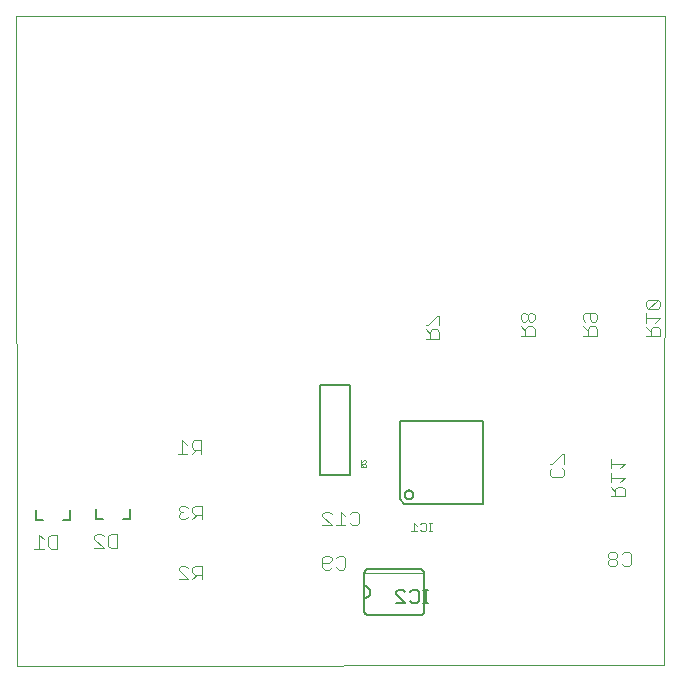
<source format=gbo>
G75*
%MOIN*%
%OFA0B0*%
%FSLAX25Y25*%
%IPPOS*%
%LPD*%
%AMOC8*
5,1,8,0,0,1.08239X$1,22.5*
%
%ADD10C,0.00000*%
%ADD11C,0.00600*%
%ADD12C,0.00300*%
%ADD13C,0.00200*%
%ADD14C,0.00500*%
%ADD15C,0.00400*%
%ADD16C,0.00100*%
D10*
X0001250Y0002066D02*
X0001000Y0218517D01*
X0217171Y0218517D01*
X0216921Y0002316D01*
X0001250Y0002066D01*
D11*
X0007630Y0050817D02*
X0009830Y0050817D01*
X0007630Y0050817D02*
X0007630Y0054017D01*
X0016630Y0050817D02*
X0018830Y0050817D01*
X0018830Y0054017D01*
X0027630Y0054267D02*
X0027630Y0051067D01*
X0029830Y0051067D01*
X0036630Y0051067D02*
X0038830Y0051067D01*
X0038830Y0054267D01*
X0116980Y0032867D02*
X0116980Y0020467D01*
X0116982Y0020391D01*
X0116988Y0020315D01*
X0116997Y0020240D01*
X0117011Y0020165D01*
X0117028Y0020091D01*
X0117049Y0020018D01*
X0117073Y0019946D01*
X0117102Y0019875D01*
X0117133Y0019806D01*
X0117168Y0019739D01*
X0117207Y0019674D01*
X0117249Y0019610D01*
X0117294Y0019549D01*
X0117342Y0019490D01*
X0117393Y0019434D01*
X0117447Y0019380D01*
X0117503Y0019329D01*
X0117562Y0019281D01*
X0117623Y0019236D01*
X0117687Y0019194D01*
X0117752Y0019155D01*
X0117819Y0019120D01*
X0117888Y0019089D01*
X0117959Y0019060D01*
X0118031Y0019036D01*
X0118104Y0019015D01*
X0118178Y0018998D01*
X0118253Y0018984D01*
X0118328Y0018975D01*
X0118404Y0018969D01*
X0118480Y0018967D01*
X0135480Y0018967D01*
X0135556Y0018969D01*
X0135632Y0018975D01*
X0135707Y0018984D01*
X0135782Y0018998D01*
X0135856Y0019015D01*
X0135929Y0019036D01*
X0136001Y0019060D01*
X0136072Y0019089D01*
X0136141Y0019120D01*
X0136208Y0019155D01*
X0136273Y0019194D01*
X0136337Y0019236D01*
X0136398Y0019281D01*
X0136457Y0019329D01*
X0136513Y0019380D01*
X0136567Y0019434D01*
X0136618Y0019490D01*
X0136666Y0019549D01*
X0136711Y0019610D01*
X0136753Y0019674D01*
X0136792Y0019739D01*
X0136827Y0019806D01*
X0136858Y0019875D01*
X0136887Y0019946D01*
X0136911Y0020018D01*
X0136932Y0020091D01*
X0136949Y0020165D01*
X0136963Y0020240D01*
X0136972Y0020315D01*
X0136978Y0020391D01*
X0136980Y0020467D01*
X0136980Y0032867D01*
X0136978Y0032943D01*
X0136972Y0033019D01*
X0136963Y0033094D01*
X0136949Y0033169D01*
X0136932Y0033243D01*
X0136911Y0033316D01*
X0136887Y0033388D01*
X0136858Y0033459D01*
X0136827Y0033528D01*
X0136792Y0033595D01*
X0136753Y0033660D01*
X0136711Y0033724D01*
X0136666Y0033785D01*
X0136618Y0033844D01*
X0136567Y0033900D01*
X0136513Y0033954D01*
X0136457Y0034005D01*
X0136398Y0034053D01*
X0136337Y0034098D01*
X0136273Y0034140D01*
X0136208Y0034179D01*
X0136141Y0034214D01*
X0136072Y0034245D01*
X0136001Y0034274D01*
X0135929Y0034298D01*
X0135856Y0034319D01*
X0135782Y0034336D01*
X0135707Y0034350D01*
X0135632Y0034359D01*
X0135556Y0034365D01*
X0135480Y0034367D01*
X0118480Y0034367D01*
X0118404Y0034365D01*
X0118328Y0034359D01*
X0118253Y0034350D01*
X0118178Y0034336D01*
X0118104Y0034319D01*
X0118031Y0034298D01*
X0117959Y0034274D01*
X0117888Y0034245D01*
X0117819Y0034214D01*
X0117752Y0034179D01*
X0117687Y0034140D01*
X0117623Y0034098D01*
X0117562Y0034053D01*
X0117503Y0034005D01*
X0117447Y0033954D01*
X0117393Y0033900D01*
X0117342Y0033844D01*
X0117294Y0033785D01*
X0117249Y0033724D01*
X0117207Y0033660D01*
X0117168Y0033595D01*
X0117133Y0033528D01*
X0117102Y0033459D01*
X0117073Y0033388D01*
X0117049Y0033316D01*
X0117028Y0033243D01*
X0117011Y0033169D01*
X0116997Y0033094D01*
X0116988Y0033019D01*
X0116982Y0032943D01*
X0116980Y0032867D01*
X0116980Y0028667D02*
X0117068Y0028665D01*
X0117157Y0028659D01*
X0117245Y0028649D01*
X0117332Y0028636D01*
X0117419Y0028618D01*
X0117505Y0028597D01*
X0117590Y0028572D01*
X0117673Y0028543D01*
X0117756Y0028510D01*
X0117836Y0028474D01*
X0117915Y0028435D01*
X0117993Y0028392D01*
X0118068Y0028345D01*
X0118141Y0028295D01*
X0118212Y0028242D01*
X0118281Y0028186D01*
X0118347Y0028127D01*
X0118410Y0028065D01*
X0118470Y0028001D01*
X0118528Y0027934D01*
X0118582Y0027864D01*
X0118634Y0027792D01*
X0118682Y0027718D01*
X0118727Y0027641D01*
X0118768Y0027563D01*
X0118806Y0027483D01*
X0118840Y0027402D01*
X0118871Y0027319D01*
X0118898Y0027234D01*
X0118921Y0027149D01*
X0118940Y0027063D01*
X0118956Y0026975D01*
X0118968Y0026888D01*
X0118976Y0026800D01*
X0118980Y0026711D01*
X0118980Y0026623D01*
X0118976Y0026534D01*
X0118968Y0026446D01*
X0118956Y0026359D01*
X0118940Y0026271D01*
X0118921Y0026185D01*
X0118898Y0026100D01*
X0118871Y0026015D01*
X0118840Y0025932D01*
X0118806Y0025851D01*
X0118768Y0025771D01*
X0118727Y0025693D01*
X0118682Y0025616D01*
X0118634Y0025542D01*
X0118582Y0025470D01*
X0118528Y0025400D01*
X0118470Y0025333D01*
X0118410Y0025269D01*
X0118347Y0025207D01*
X0118281Y0025148D01*
X0118212Y0025092D01*
X0118141Y0025039D01*
X0118068Y0024989D01*
X0117993Y0024942D01*
X0117915Y0024899D01*
X0117836Y0024860D01*
X0117756Y0024824D01*
X0117673Y0024791D01*
X0117590Y0024762D01*
X0117505Y0024737D01*
X0117419Y0024716D01*
X0117332Y0024698D01*
X0117245Y0024685D01*
X0117157Y0024675D01*
X0117068Y0024669D01*
X0116980Y0024667D01*
X0130346Y0056100D02*
X0128949Y0057497D01*
X0128949Y0083698D01*
X0156547Y0083698D01*
X0156547Y0056100D01*
X0130346Y0056100D01*
X0130534Y0059099D02*
X0130536Y0059174D01*
X0130542Y0059248D01*
X0130552Y0059322D01*
X0130565Y0059395D01*
X0130583Y0059468D01*
X0130604Y0059539D01*
X0130629Y0059610D01*
X0130658Y0059679D01*
X0130691Y0059746D01*
X0130727Y0059811D01*
X0130766Y0059875D01*
X0130808Y0059936D01*
X0130854Y0059995D01*
X0130903Y0060052D01*
X0130955Y0060105D01*
X0131009Y0060156D01*
X0131066Y0060205D01*
X0131126Y0060249D01*
X0131188Y0060291D01*
X0131252Y0060330D01*
X0131318Y0060365D01*
X0131385Y0060396D01*
X0131455Y0060424D01*
X0131525Y0060448D01*
X0131597Y0060469D01*
X0131670Y0060485D01*
X0131743Y0060498D01*
X0131818Y0060507D01*
X0131892Y0060512D01*
X0131967Y0060513D01*
X0132041Y0060510D01*
X0132116Y0060503D01*
X0132189Y0060492D01*
X0132263Y0060478D01*
X0132335Y0060459D01*
X0132406Y0060437D01*
X0132476Y0060411D01*
X0132545Y0060381D01*
X0132611Y0060348D01*
X0132676Y0060311D01*
X0132739Y0060271D01*
X0132800Y0060227D01*
X0132858Y0060181D01*
X0132914Y0060131D01*
X0132967Y0060079D01*
X0133018Y0060024D01*
X0133065Y0059966D01*
X0133109Y0059906D01*
X0133150Y0059843D01*
X0133188Y0059779D01*
X0133222Y0059713D01*
X0133253Y0059644D01*
X0133280Y0059575D01*
X0133303Y0059504D01*
X0133322Y0059432D01*
X0133338Y0059359D01*
X0133350Y0059285D01*
X0133358Y0059211D01*
X0133362Y0059136D01*
X0133362Y0059062D01*
X0133358Y0058987D01*
X0133350Y0058913D01*
X0133338Y0058839D01*
X0133322Y0058766D01*
X0133303Y0058694D01*
X0133280Y0058623D01*
X0133253Y0058554D01*
X0133222Y0058485D01*
X0133188Y0058419D01*
X0133150Y0058355D01*
X0133109Y0058292D01*
X0133065Y0058232D01*
X0133018Y0058174D01*
X0132967Y0058119D01*
X0132914Y0058067D01*
X0132858Y0058017D01*
X0132800Y0057971D01*
X0132739Y0057927D01*
X0132676Y0057887D01*
X0132611Y0057850D01*
X0132545Y0057817D01*
X0132476Y0057787D01*
X0132406Y0057761D01*
X0132335Y0057739D01*
X0132263Y0057720D01*
X0132189Y0057706D01*
X0132116Y0057695D01*
X0132041Y0057688D01*
X0131967Y0057685D01*
X0131892Y0057686D01*
X0131818Y0057691D01*
X0131743Y0057700D01*
X0131670Y0057713D01*
X0131597Y0057729D01*
X0131525Y0057750D01*
X0131455Y0057774D01*
X0131385Y0057802D01*
X0131318Y0057833D01*
X0131252Y0057868D01*
X0131188Y0057907D01*
X0131126Y0057949D01*
X0131066Y0057993D01*
X0131009Y0058042D01*
X0130955Y0058093D01*
X0130903Y0058146D01*
X0130854Y0058203D01*
X0130808Y0058262D01*
X0130766Y0058323D01*
X0130727Y0058387D01*
X0130691Y0058452D01*
X0130658Y0058519D01*
X0130629Y0058588D01*
X0130604Y0058659D01*
X0130583Y0058730D01*
X0130565Y0058803D01*
X0130552Y0058876D01*
X0130542Y0058950D01*
X0130536Y0059024D01*
X0130534Y0059099D01*
D12*
X0133677Y0049751D02*
X0133677Y0046849D01*
X0132710Y0046849D02*
X0134645Y0046849D01*
X0135656Y0047333D02*
X0136140Y0046849D01*
X0137107Y0046849D01*
X0137591Y0047333D01*
X0137591Y0049268D01*
X0137107Y0049751D01*
X0136140Y0049751D01*
X0135656Y0049268D01*
X0134645Y0048784D02*
X0133677Y0049751D01*
X0138588Y0049751D02*
X0139555Y0049751D01*
X0139072Y0049751D02*
X0139072Y0046849D01*
X0139555Y0046849D02*
X0138588Y0046849D01*
D13*
X0136980Y0032967D02*
X0116980Y0032967D01*
D14*
X0127582Y0026670D02*
X0127582Y0025919D01*
X0130584Y0022917D01*
X0127582Y0022917D01*
X0127582Y0026670D02*
X0128332Y0027420D01*
X0129834Y0027420D01*
X0130584Y0026670D01*
X0132186Y0026670D02*
X0132936Y0027420D01*
X0134438Y0027420D01*
X0135188Y0026670D01*
X0135188Y0023667D01*
X0134438Y0022917D01*
X0132936Y0022917D01*
X0132186Y0023667D01*
X0136756Y0022917D02*
X0138257Y0022917D01*
X0137507Y0022917D02*
X0137507Y0027420D01*
X0138257Y0027420D02*
X0136756Y0027420D01*
X0112230Y0065667D02*
X0102230Y0065667D01*
X0102230Y0095667D01*
X0112230Y0095667D01*
X0112230Y0065667D01*
D15*
X0113040Y0053471D02*
X0114575Y0053471D01*
X0115342Y0052703D01*
X0115342Y0049634D01*
X0114575Y0048867D01*
X0113040Y0048867D01*
X0112273Y0049634D01*
X0110738Y0048867D02*
X0107669Y0048867D01*
X0109204Y0048867D02*
X0109204Y0053471D01*
X0110738Y0051936D01*
X0112273Y0052703D02*
X0113040Y0053471D01*
X0106134Y0052703D02*
X0105367Y0053471D01*
X0103832Y0053471D01*
X0103065Y0052703D01*
X0103065Y0051936D01*
X0106134Y0048867D01*
X0103065Y0048867D01*
X0103832Y0038721D02*
X0105367Y0038721D01*
X0106134Y0037953D01*
X0106134Y0037186D01*
X0105367Y0036419D01*
X0103065Y0036419D01*
X0103065Y0037953D02*
X0103065Y0034884D01*
X0103832Y0034117D01*
X0105367Y0034117D01*
X0106134Y0034884D01*
X0107669Y0034884D02*
X0108436Y0034117D01*
X0109971Y0034117D01*
X0110738Y0034884D01*
X0110738Y0037953D01*
X0109971Y0038721D01*
X0108436Y0038721D01*
X0107669Y0037953D01*
X0103832Y0038721D02*
X0103065Y0037953D01*
X0062780Y0035471D02*
X0062780Y0030867D01*
X0062780Y0032401D02*
X0060478Y0032401D01*
X0059711Y0033169D01*
X0059711Y0034703D01*
X0060478Y0035471D01*
X0062780Y0035471D01*
X0061246Y0032401D02*
X0059711Y0030867D01*
X0058176Y0030867D02*
X0055107Y0033936D01*
X0055107Y0034703D01*
X0055874Y0035471D01*
X0057409Y0035471D01*
X0058176Y0034703D01*
X0058176Y0030867D02*
X0055107Y0030867D01*
X0055874Y0050867D02*
X0055107Y0051634D01*
X0055107Y0052401D01*
X0055874Y0053169D01*
X0056642Y0053169D01*
X0055874Y0053169D02*
X0055107Y0053936D01*
X0055107Y0054703D01*
X0055874Y0055471D01*
X0057409Y0055471D01*
X0058176Y0054703D01*
X0059711Y0054703D02*
X0059711Y0053169D01*
X0060478Y0052401D01*
X0062780Y0052401D01*
X0061246Y0052401D02*
X0059711Y0050867D01*
X0058176Y0051634D02*
X0057409Y0050867D01*
X0055874Y0050867D01*
X0059711Y0054703D02*
X0060478Y0055471D01*
X0062780Y0055471D01*
X0062780Y0050867D01*
X0062530Y0072617D02*
X0062530Y0077221D01*
X0060228Y0077221D01*
X0059461Y0076453D01*
X0059461Y0074919D01*
X0060228Y0074151D01*
X0062530Y0074151D01*
X0060996Y0074151D02*
X0059461Y0072617D01*
X0057926Y0072617D02*
X0054857Y0072617D01*
X0056392Y0072617D02*
X0056392Y0077221D01*
X0057926Y0075686D01*
X0034738Y0045971D02*
X0032436Y0045971D01*
X0031669Y0045203D01*
X0031669Y0042134D01*
X0032436Y0041367D01*
X0034738Y0041367D01*
X0034738Y0045971D01*
X0030134Y0045203D02*
X0029367Y0045971D01*
X0027832Y0045971D01*
X0027065Y0045203D01*
X0027065Y0044436D01*
X0030134Y0041367D01*
X0027065Y0041367D01*
X0014738Y0041117D02*
X0012436Y0041117D01*
X0011669Y0041884D01*
X0011669Y0044953D01*
X0012436Y0045721D01*
X0014738Y0045721D01*
X0014738Y0041117D01*
X0010134Y0041117D02*
X0007065Y0041117D01*
X0008600Y0041117D02*
X0008600Y0045721D01*
X0010134Y0044186D01*
X0137430Y0111117D02*
X0142034Y0111117D01*
X0142034Y0113419D01*
X0141267Y0114186D01*
X0139732Y0114186D01*
X0138965Y0113419D01*
X0138965Y0111117D01*
X0138965Y0112651D02*
X0137430Y0114186D01*
X0137430Y0115721D02*
X0138198Y0115721D01*
X0141267Y0118790D01*
X0142034Y0118790D01*
X0142034Y0115721D01*
X0169180Y0115186D02*
X0170715Y0113651D01*
X0170715Y0114419D02*
X0170715Y0112117D01*
X0169180Y0112117D02*
X0173784Y0112117D01*
X0173784Y0114419D01*
X0173017Y0115186D01*
X0171482Y0115186D01*
X0170715Y0114419D01*
X0170715Y0116721D02*
X0171482Y0117488D01*
X0171482Y0119023D01*
X0170715Y0119790D01*
X0169948Y0119790D01*
X0169180Y0119023D01*
X0169180Y0117488D01*
X0169948Y0116721D01*
X0170715Y0116721D01*
X0171482Y0117488D02*
X0172250Y0116721D01*
X0173017Y0116721D01*
X0173784Y0117488D01*
X0173784Y0119023D01*
X0173017Y0119790D01*
X0172250Y0119790D01*
X0171482Y0119023D01*
X0189930Y0119023D02*
X0189930Y0117488D01*
X0190698Y0116721D01*
X0192232Y0117488D02*
X0192232Y0119790D01*
X0190698Y0119790D02*
X0193767Y0119790D01*
X0194534Y0119023D01*
X0194534Y0117488D01*
X0193767Y0116721D01*
X0193000Y0116721D01*
X0192232Y0117488D01*
X0192232Y0115186D02*
X0191465Y0114419D01*
X0191465Y0112117D01*
X0191465Y0113651D02*
X0189930Y0115186D01*
X0192232Y0115186D02*
X0193767Y0115186D01*
X0194534Y0114419D01*
X0194534Y0112117D01*
X0189930Y0112117D01*
X0189930Y0119023D02*
X0190698Y0119790D01*
X0210930Y0119540D02*
X0210930Y0116471D01*
X0210930Y0118005D02*
X0215534Y0118005D01*
X0214000Y0116471D01*
X0214767Y0114936D02*
X0213232Y0114936D01*
X0212465Y0114169D01*
X0212465Y0111867D01*
X0212465Y0113401D02*
X0210930Y0114936D01*
X0210930Y0111867D02*
X0215534Y0111867D01*
X0215534Y0114169D01*
X0214767Y0114936D01*
X0214767Y0121075D02*
X0211698Y0121075D01*
X0214767Y0124144D01*
X0211698Y0124144D01*
X0210930Y0123376D01*
X0210930Y0121842D01*
X0211698Y0121075D01*
X0214767Y0121075D02*
X0215534Y0121842D01*
X0215534Y0123376D01*
X0214767Y0124144D01*
X0183534Y0072540D02*
X0182767Y0072540D01*
X0179698Y0069471D01*
X0178930Y0069471D01*
X0179698Y0067936D02*
X0178930Y0067169D01*
X0178930Y0065634D01*
X0179698Y0064867D01*
X0182767Y0064867D01*
X0183534Y0065634D01*
X0183534Y0067169D01*
X0182767Y0067936D01*
X0183534Y0069471D02*
X0183534Y0072540D01*
X0199180Y0070894D02*
X0199180Y0067825D01*
X0199180Y0069359D02*
X0203784Y0069359D01*
X0202250Y0067825D01*
X0203784Y0064755D02*
X0199180Y0064755D01*
X0199180Y0063221D02*
X0199180Y0066290D01*
X0202250Y0063221D02*
X0203784Y0064755D01*
X0203017Y0061686D02*
X0201482Y0061686D01*
X0200715Y0060919D01*
X0200715Y0058617D01*
X0200715Y0060151D02*
X0199180Y0061686D01*
X0199180Y0058617D02*
X0203784Y0058617D01*
X0203784Y0060919D01*
X0203017Y0061686D01*
X0203686Y0039971D02*
X0205221Y0039971D01*
X0205988Y0039203D01*
X0205988Y0036134D01*
X0205221Y0035367D01*
X0203686Y0035367D01*
X0202919Y0036134D01*
X0201384Y0036134D02*
X0201384Y0036901D01*
X0200617Y0037669D01*
X0199082Y0037669D01*
X0198315Y0036901D01*
X0198315Y0036134D01*
X0199082Y0035367D01*
X0200617Y0035367D01*
X0201384Y0036134D01*
X0200617Y0037669D02*
X0201384Y0038436D01*
X0201384Y0039203D01*
X0200617Y0039971D01*
X0199082Y0039971D01*
X0198315Y0039203D01*
X0198315Y0038436D01*
X0199082Y0037669D01*
X0202919Y0039203D02*
X0203686Y0039971D01*
D16*
X0117532Y0068467D02*
X0117532Y0068967D01*
X0117281Y0069218D01*
X0116281Y0069218D01*
X0116030Y0068967D01*
X0116030Y0068467D01*
X0116281Y0068217D01*
X0117281Y0068217D01*
X0117532Y0068467D01*
X0116531Y0068717D02*
X0116030Y0069218D01*
X0116030Y0069690D02*
X0117031Y0070691D01*
X0117281Y0070691D01*
X0117532Y0070441D01*
X0117532Y0069940D01*
X0117281Y0069690D01*
X0116030Y0069690D02*
X0116030Y0070691D01*
M02*

</source>
